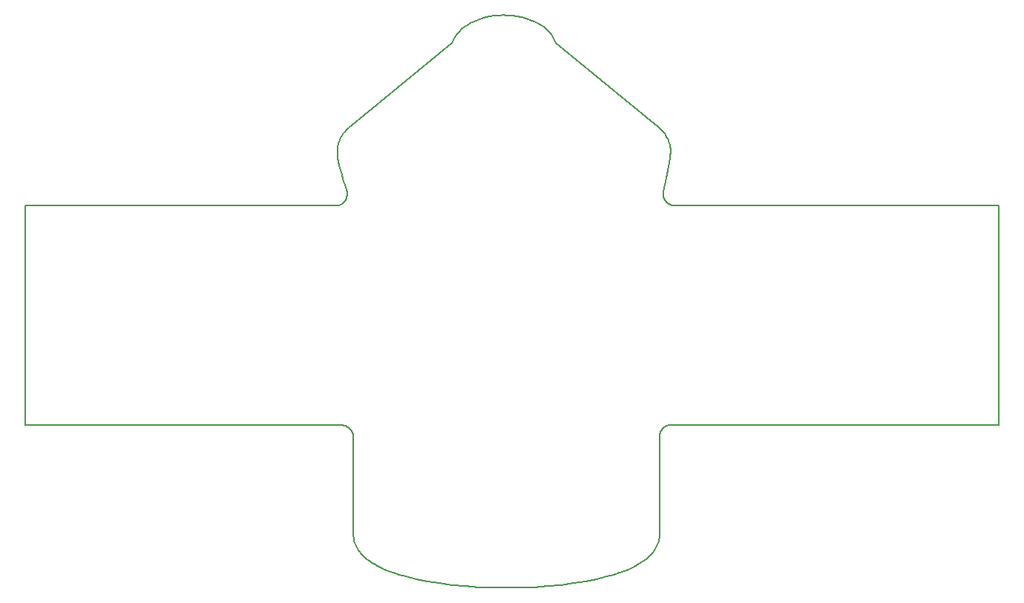
<source format=gbr>
%TF.GenerationSoftware,KiCad,Pcbnew,(6.0.1)*%
%TF.CreationDate,2022-05-20T13:53:27-07:00*%
%TF.ProjectId,Satellite_PCB,53617465-6c6c-4697-9465-5f5043422e6b,rev?*%
%TF.SameCoordinates,Original*%
%TF.FileFunction,Profile,NP*%
%FSLAX46Y46*%
G04 Gerber Fmt 4.6, Leading zero omitted, Abs format (unit mm)*
G04 Created by KiCad (PCBNEW (6.0.1)) date 2022-05-20 13:53:27*
%MOMM*%
%LPD*%
G01*
G04 APERTURE LIST*
%TA.AperFunction,Profile*%
%ADD10C,0.192925*%
%TD*%
G04 APERTURE END LIST*
D10*
X167823348Y-79878339D02*
X167747265Y-79876196D01*
X167747265Y-79876196D02*
X167671846Y-79869820D01*
X167671846Y-79869820D02*
X167597250Y-79859286D01*
X167597250Y-79859286D02*
X167523632Y-79844667D01*
X167523632Y-79844667D02*
X167451152Y-79826040D01*
X167451152Y-79826040D02*
X167379967Y-79803480D01*
X167379967Y-79803480D02*
X167310234Y-79777061D01*
X167310234Y-79777061D02*
X167242112Y-79746860D01*
X167242112Y-79746860D02*
X167175757Y-79712951D01*
X167175757Y-79712951D02*
X167111329Y-79675409D01*
X167111329Y-79675409D02*
X167048983Y-79634310D01*
X167048983Y-79634310D02*
X166988878Y-79589728D01*
X166988878Y-79589728D02*
X166931172Y-79541740D01*
X166931172Y-79541740D02*
X166876022Y-79490419D01*
X166876022Y-79490419D02*
X166823586Y-79435842D01*
X166823586Y-79435842D02*
X166774021Y-79378083D01*
X166774021Y-79378083D02*
X166727787Y-79317593D01*
X166727787Y-79317593D02*
X166685262Y-79254957D01*
X166685262Y-79254957D02*
X166646485Y-79190346D01*
X166646485Y-79190346D02*
X166611498Y-79123928D01*
X166611498Y-79123928D02*
X166580342Y-79055873D01*
X166580342Y-79055873D02*
X166553059Y-78986351D01*
X166553059Y-78986351D02*
X166529688Y-78915531D01*
X166529688Y-78915531D02*
X166510271Y-78843583D01*
X166510271Y-78843583D02*
X166494849Y-78770677D01*
X166494849Y-78770677D02*
X166483462Y-78696981D01*
X166483462Y-78696981D02*
X166476153Y-78622666D01*
X166476153Y-78622666D02*
X166472961Y-78547901D01*
X166472961Y-78547901D02*
X166473928Y-78472856D01*
X166473928Y-78472856D02*
X166479095Y-78397700D01*
X166479095Y-78397700D02*
X166488502Y-78322603D01*
X166488502Y-78322603D02*
X166502191Y-78247734D01*
X166502191Y-78247734D02*
X166816419Y-76728349D01*
X166816419Y-76728349D02*
X166991511Y-75855343D01*
X166991511Y-75855343D02*
X167172028Y-74931730D01*
X167172028Y-74931730D02*
X167254988Y-74428195D01*
X167254988Y-74428195D02*
X167279165Y-74237983D01*
X167279165Y-74237983D02*
X167299361Y-74049579D01*
X167299361Y-74049579D02*
X167307854Y-73956168D01*
X167307854Y-73956168D02*
X167315216Y-73863345D01*
X167315216Y-73863345D02*
X167321403Y-73771155D01*
X167321403Y-73771155D02*
X167326370Y-73679644D01*
X167326370Y-73679644D02*
X167328298Y-73629484D01*
X167328298Y-73629484D02*
X167328298Y-73473215D01*
X167328298Y-73473215D02*
X167316720Y-73365177D01*
X167316720Y-73365177D02*
X167296729Y-73218115D01*
X167296729Y-73218115D02*
X167268662Y-73063900D01*
X167268662Y-73063900D02*
X167231540Y-72903247D01*
X167231540Y-72903247D02*
X167184385Y-72736872D01*
X167184385Y-72736872D02*
X167126221Y-72565489D01*
X167126221Y-72565489D02*
X167056068Y-72389813D01*
X167056068Y-72389813D02*
X166972949Y-72210559D01*
X166972949Y-72210559D02*
X166875887Y-72028443D01*
X166875887Y-72028443D02*
X166763903Y-71844179D01*
X166763903Y-71844179D02*
X166636019Y-71658482D01*
X166636019Y-71658482D02*
X166491259Y-71472067D01*
X166491259Y-71472067D02*
X166328643Y-71285649D01*
X166328643Y-71285649D02*
X166147195Y-71099944D01*
X166147195Y-71099944D02*
X166049103Y-71007582D01*
X166049103Y-71007582D02*
X165945936Y-70915666D01*
X165945936Y-70915666D02*
X165837572Y-70824285D01*
X165837572Y-70824285D02*
X165723888Y-70733530D01*
X165723888Y-70733530D02*
X165604763Y-70643488D01*
X165604763Y-70643488D02*
X165480074Y-70554251D01*
X165480074Y-70554251D02*
X154217082Y-61293828D01*
X154217082Y-61293828D02*
X154151952Y-61121128D01*
X154151952Y-61121128D02*
X154077149Y-60951831D01*
X154077149Y-60951831D02*
X153992870Y-60786073D01*
X153992870Y-60786073D02*
X153899310Y-60623992D01*
X153899310Y-60623992D02*
X153796666Y-60465723D01*
X153796666Y-60465723D02*
X153685133Y-60311402D01*
X153685133Y-60311402D02*
X153564909Y-60161167D01*
X153564909Y-60161167D02*
X153436188Y-60015153D01*
X153436188Y-60015153D02*
X153299167Y-59873497D01*
X153299167Y-59873497D02*
X153154042Y-59736335D01*
X153154042Y-59736335D02*
X153001008Y-59603804D01*
X153001008Y-59603804D02*
X152840263Y-59476039D01*
X152840263Y-59476039D02*
X152672002Y-59353178D01*
X152672002Y-59353178D02*
X152496421Y-59235356D01*
X152496421Y-59235356D02*
X152313717Y-59122710D01*
X152313717Y-59122710D02*
X152124084Y-59015377D01*
X152124084Y-59015377D02*
X151927720Y-58913492D01*
X151927720Y-58913492D02*
X151724821Y-58817192D01*
X151724821Y-58817192D02*
X151515581Y-58726613D01*
X151515581Y-58726613D02*
X151300199Y-58641893D01*
X151300199Y-58641893D02*
X151078868Y-58563166D01*
X151078868Y-58563166D02*
X150851787Y-58490570D01*
X150851787Y-58490570D02*
X150619150Y-58424240D01*
X150619150Y-58424240D02*
X150381154Y-58364314D01*
X150381154Y-58364314D02*
X150137994Y-58310927D01*
X150137994Y-58310927D02*
X149889868Y-58264216D01*
X149889868Y-58264216D02*
X149636970Y-58224317D01*
X149636970Y-58224317D02*
X149379497Y-58191367D01*
X149379497Y-58191367D02*
X149117646Y-58165501D01*
X149117646Y-58165501D02*
X148851611Y-58146857D01*
X148851611Y-58146857D02*
X148581590Y-58135571D01*
X148581590Y-58135571D02*
X148307777Y-58131778D01*
X148307777Y-58131778D02*
X147763944Y-58146857D01*
X147763944Y-58146857D02*
X147236057Y-58191367D01*
X147236057Y-58191367D02*
X146725687Y-58264216D01*
X146725687Y-58264216D02*
X146234401Y-58364314D01*
X146234401Y-58364314D02*
X145763768Y-58490570D01*
X145763768Y-58490570D02*
X145315356Y-58641893D01*
X145315356Y-58641893D02*
X144890733Y-58817192D01*
X144890733Y-58817192D02*
X144491469Y-59015377D01*
X144491469Y-59015377D02*
X144119131Y-59235356D01*
X144119131Y-59235356D02*
X143775289Y-59476039D01*
X143775289Y-59476039D02*
X143461510Y-59736335D01*
X143461510Y-59736335D02*
X143179363Y-60015153D01*
X143179363Y-60015153D02*
X142930416Y-60311402D01*
X142930416Y-60311402D02*
X142716238Y-60623992D01*
X142716238Y-60623992D02*
X142538397Y-60951831D01*
X142538397Y-60951831D02*
X142398462Y-61293828D01*
X142398462Y-61293828D02*
X130961848Y-70697016D01*
X130961848Y-70697016D02*
X130936766Y-70716308D01*
X130936766Y-70716308D02*
X130614582Y-70978686D01*
X130614582Y-70978686D02*
X130514259Y-71069361D01*
X130514259Y-71069361D02*
X130387617Y-71192217D01*
X130387617Y-71192217D02*
X130267458Y-71318333D01*
X130267458Y-71318333D02*
X130153844Y-71447581D01*
X130153844Y-71447581D02*
X130046837Y-71579831D01*
X130046837Y-71579831D02*
X129946500Y-71714951D01*
X129946500Y-71714951D02*
X129852894Y-71852813D01*
X129852894Y-71852813D02*
X129766083Y-71993286D01*
X129766083Y-71993286D02*
X129686127Y-72136240D01*
X129686127Y-72136240D02*
X129613090Y-72281545D01*
X129613090Y-72281545D02*
X129547033Y-72429072D01*
X129547033Y-72429072D02*
X129488018Y-72578691D01*
X129488018Y-72578691D02*
X129436108Y-72730270D01*
X129436108Y-72730270D02*
X129391365Y-72883681D01*
X129391365Y-72883681D02*
X129353851Y-73038793D01*
X129353851Y-73038793D02*
X129323627Y-73195477D01*
X129323627Y-73195477D02*
X129300758Y-73353602D01*
X129300758Y-73353602D02*
X129287251Y-73469353D01*
X129287251Y-73469353D02*
X129287251Y-73633341D01*
X129287251Y-73633341D02*
X129289182Y-73681573D01*
X129289182Y-73681573D02*
X129294152Y-73771186D01*
X129294152Y-73771186D02*
X129300365Y-73862019D01*
X129300365Y-73862019D02*
X129307800Y-73954028D01*
X129307800Y-73954028D02*
X129316432Y-74047167D01*
X129316432Y-74047167D02*
X129326240Y-74141391D01*
X129326240Y-74141391D02*
X129337201Y-74236655D01*
X129337201Y-74236655D02*
X129362492Y-74430122D01*
X129362492Y-74430122D02*
X129514907Y-75242342D01*
X129514907Y-75242342D02*
X129610932Y-75638882D01*
X129610932Y-75638882D02*
X129711358Y-76025624D01*
X129711358Y-76025624D02*
X129815120Y-76401306D01*
X129815120Y-76401306D02*
X129921157Y-76764667D01*
X129921157Y-76764667D02*
X130028406Y-77114444D01*
X130028406Y-77114444D02*
X130135805Y-77449377D01*
X130135805Y-77449377D02*
X130346800Y-78069663D01*
X130346800Y-78069663D02*
X130372337Y-78147585D01*
X130372337Y-78147585D02*
X130392969Y-78226387D01*
X130392969Y-78226387D02*
X130408724Y-78305852D01*
X130408724Y-78305852D02*
X130419633Y-78385765D01*
X130419633Y-78385765D02*
X130425722Y-78465911D01*
X130425722Y-78465911D02*
X130427020Y-78546075D01*
X130427020Y-78546075D02*
X130423557Y-78626041D01*
X130423557Y-78626041D02*
X130415361Y-78705594D01*
X130415361Y-78705594D02*
X130402459Y-78784518D01*
X130402459Y-78784518D02*
X130384881Y-78862598D01*
X130384881Y-78862598D02*
X130362656Y-78939620D01*
X130362656Y-78939620D02*
X130335811Y-79015366D01*
X130335811Y-79015366D02*
X130304376Y-79089623D01*
X130304376Y-79089623D02*
X130268379Y-79162174D01*
X130268379Y-79162174D02*
X130227848Y-79232805D01*
X130227848Y-79232805D02*
X130182812Y-79301300D01*
X130182812Y-79301300D02*
X130133701Y-79366970D01*
X130133701Y-79366970D02*
X130081051Y-79429130D01*
X130081051Y-79429130D02*
X130025057Y-79487680D01*
X130025057Y-79487680D02*
X129965910Y-79542520D01*
X129965910Y-79542520D02*
X129903804Y-79593549D01*
X129903804Y-79593549D02*
X129838932Y-79640667D01*
X129838932Y-79640667D02*
X129771485Y-79683774D01*
X129771485Y-79683774D02*
X129701657Y-79722770D01*
X129701657Y-79722770D02*
X129629640Y-79757553D01*
X129629640Y-79757553D02*
X129555628Y-79788024D01*
X129555628Y-79788024D02*
X129479813Y-79814083D01*
X129479813Y-79814083D02*
X129402387Y-79835628D01*
X129402387Y-79835628D02*
X129323544Y-79852561D01*
X129323544Y-79852561D02*
X129243477Y-79864779D01*
X129243477Y-79864779D02*
X129162377Y-79872184D01*
X129162377Y-79872184D02*
X129080437Y-79874675D01*
X129080437Y-79874675D02*
X93684787Y-79878339D01*
X93684787Y-79878339D02*
X93684787Y-104873765D01*
X93684787Y-104873765D02*
X129768600Y-104927400D01*
X129768600Y-104927400D02*
X129837969Y-104929242D01*
X129837969Y-104929242D02*
X129906426Y-104934531D01*
X129906426Y-104934531D02*
X129973887Y-104943182D01*
X129973887Y-104943182D02*
X130040267Y-104955111D01*
X130040267Y-104955111D02*
X130105482Y-104970233D01*
X130105482Y-104970233D02*
X130169446Y-104988463D01*
X130169446Y-104988463D02*
X130232077Y-105009718D01*
X130232077Y-105009718D02*
X130293289Y-105033912D01*
X130293289Y-105033912D02*
X130352997Y-105060961D01*
X130352997Y-105060961D02*
X130411118Y-105090780D01*
X130411118Y-105090780D02*
X130467567Y-105123285D01*
X130467567Y-105123285D02*
X130522260Y-105158392D01*
X130522260Y-105158392D02*
X130575111Y-105196015D01*
X130575111Y-105196015D02*
X130626037Y-105236069D01*
X130626037Y-105236069D02*
X130674953Y-105278472D01*
X130674953Y-105278472D02*
X130721774Y-105323137D01*
X130721774Y-105323137D02*
X130766417Y-105369981D01*
X130766417Y-105369981D02*
X130808796Y-105418918D01*
X130808796Y-105418918D02*
X130848827Y-105469865D01*
X130848827Y-105469865D02*
X130886426Y-105522736D01*
X130886426Y-105522736D02*
X130921508Y-105577447D01*
X130921508Y-105577447D02*
X130953990Y-105633914D01*
X130953990Y-105633914D02*
X130983785Y-105692052D01*
X130983785Y-105692052D02*
X131010810Y-105751775D01*
X131010810Y-105751775D02*
X131034981Y-105813001D01*
X131034981Y-105813001D02*
X131056213Y-105875644D01*
X131056213Y-105875644D02*
X131074421Y-105939620D01*
X131074421Y-105939620D02*
X131089521Y-106004843D01*
X131089521Y-106004843D02*
X131101428Y-106071230D01*
X131101428Y-106071230D02*
X131110059Y-106138696D01*
X131110059Y-106138696D02*
X131115328Y-106207156D01*
X131115328Y-106207156D02*
X131117152Y-106276526D01*
X131117152Y-106276526D02*
X131127763Y-117406201D01*
X131127763Y-117406201D02*
X131133657Y-117604024D01*
X131133657Y-117604024D02*
X131151331Y-117798855D01*
X131151331Y-117798855D02*
X131180775Y-117990684D01*
X131180775Y-117990684D02*
X131221980Y-118179506D01*
X131221980Y-118179506D02*
X131274936Y-118365310D01*
X131274936Y-118365310D02*
X131339633Y-118548089D01*
X131339633Y-118548089D02*
X131416060Y-118727836D01*
X131416060Y-118727836D02*
X131504209Y-118904541D01*
X131504209Y-118904541D02*
X131604069Y-119078197D01*
X131604069Y-119078197D02*
X131715630Y-119248795D01*
X131715630Y-119248795D02*
X131838883Y-119416328D01*
X131838883Y-119416328D02*
X131973817Y-119580787D01*
X131973817Y-119580787D02*
X132120422Y-119742164D01*
X132120422Y-119742164D02*
X132278690Y-119900452D01*
X132278690Y-119900452D02*
X132448609Y-120055641D01*
X132448609Y-120055641D02*
X132630170Y-120207724D01*
X132630170Y-120207724D02*
X132823363Y-120356693D01*
X132823363Y-120356693D02*
X133028178Y-120502539D01*
X133028178Y-120502539D02*
X133244606Y-120645255D01*
X133244606Y-120645255D02*
X133472636Y-120784832D01*
X133472636Y-120784832D02*
X133712258Y-120921262D01*
X133712258Y-120921262D02*
X133963464Y-121054537D01*
X133963464Y-121054537D02*
X134226241Y-121184649D01*
X134226241Y-121184649D02*
X134500582Y-121311590D01*
X134500582Y-121311590D02*
X135083912Y-121555926D01*
X135083912Y-121555926D02*
X135713375Y-121787479D01*
X135713375Y-121787479D02*
X136388891Y-122006184D01*
X136388891Y-122006184D02*
X137110381Y-122211978D01*
X137110381Y-122211978D02*
X138314854Y-122504731D01*
X138314854Y-122504731D02*
X139602979Y-122761605D01*
X139602979Y-122761605D02*
X140965982Y-122981627D01*
X140965982Y-122981627D02*
X142395093Y-123163825D01*
X142395093Y-123163825D02*
X143881539Y-123307226D01*
X143881539Y-123307226D02*
X145416548Y-123410860D01*
X145416548Y-123410860D02*
X146991348Y-123473753D01*
X146991348Y-123473753D02*
X148597167Y-123494934D01*
X148597167Y-123494934D02*
X150202431Y-123473753D01*
X150202431Y-123473753D02*
X151776970Y-123410860D01*
X151776970Y-123410860D02*
X153311944Y-123307226D01*
X153311944Y-123307226D02*
X154798514Y-123163825D01*
X154798514Y-123163825D02*
X156227839Y-122981627D01*
X156227839Y-122981627D02*
X157591080Y-122761605D01*
X157591080Y-122761605D02*
X158879397Y-122504731D01*
X158879397Y-122504731D02*
X160083951Y-122211978D01*
X160083951Y-122211978D02*
X160805101Y-122006184D01*
X160805101Y-122006184D02*
X161480320Y-121787479D01*
X161480320Y-121787479D02*
X162109525Y-121555926D01*
X162109525Y-121555926D02*
X162692634Y-121311590D01*
X162692634Y-121311590D02*
X163229565Y-121054537D01*
X163229565Y-121054537D02*
X163720236Y-120784832D01*
X163720236Y-120784832D02*
X164164566Y-120502539D01*
X164164566Y-120502539D02*
X164562473Y-120207724D01*
X164562473Y-120207724D02*
X164913873Y-119900452D01*
X164913873Y-119900452D02*
X165218686Y-119580787D01*
X165218686Y-119580787D02*
X165476830Y-119248795D01*
X165476830Y-119248795D02*
X165688222Y-118904541D01*
X165688222Y-118904541D02*
X165852781Y-118548089D01*
X165852781Y-118548089D02*
X165917472Y-118365310D01*
X165917472Y-118365310D02*
X165970425Y-118179506D01*
X165970425Y-118179506D02*
X166011627Y-117990684D01*
X166011627Y-117990684D02*
X166041071Y-117798855D01*
X166041071Y-117798855D02*
X166064638Y-117406201D01*
X166064638Y-117406201D02*
X166064638Y-106224242D01*
X166064638Y-106224242D02*
X166066395Y-106154746D01*
X166066395Y-106154746D02*
X166071610Y-106086163D01*
X166071610Y-106086163D02*
X166080198Y-106018577D01*
X166080198Y-106018577D02*
X166092075Y-105952073D01*
X166092075Y-105952073D02*
X166107154Y-105886736D01*
X166107154Y-105886736D02*
X166125352Y-105822651D01*
X166125352Y-105822651D02*
X166146584Y-105759902D01*
X166146584Y-105759902D02*
X166170765Y-105698575D01*
X166170765Y-105698575D02*
X166197809Y-105638754D01*
X166197809Y-105638754D02*
X166227633Y-105580524D01*
X166227633Y-105580524D02*
X166260151Y-105523970D01*
X166260151Y-105523970D02*
X166295278Y-105469177D01*
X166295278Y-105469177D02*
X166332930Y-105416230D01*
X166332930Y-105416230D02*
X166373021Y-105365213D01*
X166373021Y-105365213D02*
X166415467Y-105316211D01*
X166415467Y-105316211D02*
X166460184Y-105269310D01*
X166460184Y-105269310D02*
X166507085Y-105224594D01*
X166507085Y-105224594D02*
X166556086Y-105182148D01*
X166556086Y-105182148D02*
X166607103Y-105142057D01*
X166607103Y-105142057D02*
X166660051Y-105104405D01*
X166660051Y-105104405D02*
X166714844Y-105069278D01*
X166714844Y-105069278D02*
X166771398Y-105036760D01*
X166771398Y-105036760D02*
X166829629Y-105006937D01*
X166829629Y-105006937D02*
X166889450Y-104979892D01*
X166889450Y-104979892D02*
X166950777Y-104955712D01*
X166950777Y-104955712D02*
X167013527Y-104934480D01*
X167013527Y-104934480D02*
X167077612Y-104916282D01*
X167077612Y-104916282D02*
X167142950Y-104901202D01*
X167142950Y-104901202D02*
X167209454Y-104889326D01*
X167209454Y-104889326D02*
X167277040Y-104880737D01*
X167277040Y-104880737D02*
X167345624Y-104875522D01*
X167345624Y-104875522D02*
X167415120Y-104873765D01*
X167415120Y-104873765D02*
X204751985Y-104873765D01*
X204751985Y-104873765D02*
X204751985Y-79878339D01*
X204751985Y-79878339D02*
X167823348Y-79878339D01*
X167823348Y-79878339D02*
X167823348Y-79878339D01*
M02*

</source>
